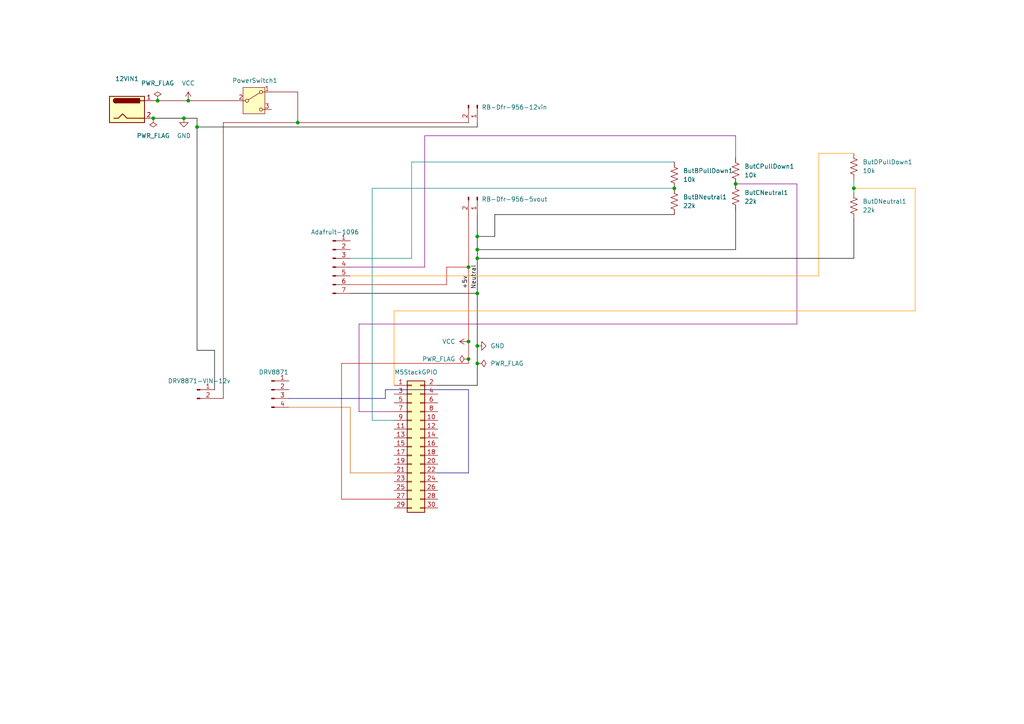
<source format=kicad_sch>
(kicad_sch (version 20231120) (generator "eeschema") (generator_version "8.0")
  (paper "A4")
  (title_block (title "Poppper Pump") (date "2024-05-02") (rev "0"))
  (lib_symbols
    (symbol "Connector:Barrel_Jack" (pin_names (offset 1.016))
      (property "Reference" "J" (at 0 5.334 0))
      (property "Value" "Barrel_Jack" (at 0 -5.08 0))
      (symbol "Barrel_Jack_0_1"
        (rectangle (start -5.08 3.81) (end 5.08 -3.81) (stroke (width 0.254)) (fill (type background)))
        (arc (start -3.302 3.175) (mid -3.9343 2.54) (end -3.302 1.905) (stroke (width 0.254)))
        (arc (start -3.302 3.175) (mid -3.9343 2.54) (end -3.302 1.905) (stroke (width 0.254)) (fill (type outline)))
        (polyline (pts (xy 5.08 2.54) (xy 3.81 2.54)) (stroke (width 0.254)))
        (polyline (pts (xy -3.81 -2.54) (xy -2.54 -2.54) (xy -1.27 -1.27) (xy 0 -2.54) (xy 2.54 -2.54) (xy 5.08 -2.54)) (stroke (width 0.254)))
        (rectangle (start 3.683 3.175) (end -3.302 1.905) (stroke (width 0.254)) (fill (type outline)))
      )
      (symbol "Barrel_Jack_1_1"
        (pin passive line (at 7.62 2.54 180) (length 2.54) (name "~") (number "1"))
        (pin passive line (at 7.62 -2.54 180) (length 2.54) (name "~") (number "2"))
      )
    )
    (symbol "Connector:Conn_01x02_Pin" (pin_names (offset 1.016) hide)
      (property "Reference" "J" (at 0 2.54 0))
      (property "Value" "Conn_01x02_Pin" (at 0 -5.08 0))
      (symbol "Conn_01x02_Pin_1_1"
        (polyline (pts (xy 1.27 -2.54) (xy 0.8636 -2.54)) (stroke (width 0.1524)))
        (polyline (pts (xy 1.27 0) (xy 0.8636 0)) (stroke (width 0.1524)))
        (rectangle (start 0.8636 -2.413) (end 0 -2.667) (stroke (width 0.1524)) (fill (type outline)))
        (rectangle (start 0.8636 0.127) (end 0 -0.127) (stroke (width 0.1524)) (fill (type outline)))
        (pin passive line (at 5.08 0 180) (length 3.81) (name "Pin_1") (number "1"))
        (pin passive line (at 5.08 -2.54 180) (length 3.81) (name "Pin_2") (number "2"))
      )
    )
    (symbol "Connector:Conn_01x04_Pin" (pin_names (offset 1.016) hide)
      (property "Reference" "J" (at 0 5.08 0))
      (property "Value" "Conn_01x04_Pin" (at 0 -7.62 0))
      (symbol "Conn_01x04_Pin_1_1"
        (polyline (pts (xy 1.27 -5.08) (xy 0.8636 -5.08)) (stroke (width 0.1524)))
        (polyline (pts (xy 1.27 -2.54) (xy 0.8636 -2.54)) (stroke (width 0.1524)))
        (polyline (pts (xy 1.27 0) (xy 0.8636 0)) (stroke (width 0.1524)))
        (polyline (pts (xy 1.27 2.54) (xy 0.8636 2.54)) (stroke (width 0.1524)))
        (rectangle (start 0.8636 -4.953) (end 0 -5.207) (stroke (width 0.1524)) (fill (type outline)))
        (rectangle (start 0.8636 -2.413) (end 0 -2.667) (stroke (width 0.1524)) (fill (type outline)))
        (rectangle (start 0.8636 0.127) (end 0 -0.127) (stroke (width 0.1524)) (fill (type outline)))
        (rectangle (start 0.8636 2.667) (end 0 2.413) (stroke (width 0.1524)) (fill (type outline)))
        (pin passive line (at 5.08 2.54 180) (length 3.81) (name "Pin_1") (number "1"))
        (pin passive line (at 5.08 0 180) (length 3.81) (name "Pin_2") (number "2"))
        (pin passive line (at 5.08 -2.54 180) (length 3.81) (name "Pin_3") (number "3"))
        (pin passive line (at 5.08 -5.08 180) (length 3.81) (name "Pin_4") (number "4"))
      )
    )
    (symbol "Connector:Conn_01x07_Pin" (pin_names (offset 1.016) hide)
      (property "Reference" "J" (at 0 10.16 0))
      (property "Value" "Conn_01x07_Pin" (at 0 -10.16 0))
      (symbol "Conn_01x07_Pin_1_1"
        (polyline (pts (xy 1.27 -7.62) (xy 0.8636 -7.62)) (stroke (width 0.1524)))
        (polyline (pts (xy 1.27 -5.08) (xy 0.8636 -5.08)) (stroke (width 0.1524)))
        (polyline (pts (xy 1.27 -2.54) (xy 0.8636 -2.54)) (stroke (width 0.1524)))
        (polyline (pts (xy 1.27 0) (xy 0.8636 0)) (stroke (width 0.1524)))
        (polyline (pts (xy 1.27 2.54) (xy 0.8636 2.54)) (stroke (width 0.1524)))
        (polyline (pts (xy 1.27 5.08) (xy 0.8636 5.08)) (stroke (width 0.1524)))
        (polyline (pts (xy 1.27 7.62) (xy 0.8636 7.62)) (stroke (width 0.1524)))
        (rectangle (start 0.8636 -7.493) (end 0 -7.747) (stroke (width 0.1524)) (fill (type outline)))
        (rectangle (start 0.8636 -4.953) (end 0 -5.207) (stroke (width 0.1524)) (fill (type outline)))
        (rectangle (start 0.8636 -2.413) (end 0 -2.667) (stroke (width 0.1524)) (fill (type outline)))
        (rectangle (start 0.8636 0.127) (end 0 -0.127) (stroke (width 0.1524)) (fill (type outline)))
        (rectangle (start 0.8636 2.667) (end 0 2.413) (stroke (width 0.1524)) (fill (type outline)))
        (rectangle (start 0.8636 5.207) (end 0 4.953) (stroke (width 0.1524)) (fill (type outline)))
        (rectangle (start 0.8636 7.747) (end 0 7.493) (stroke (width 0.1524)) (fill (type outline)))
        (pin passive line (at 5.08 7.62 180) (length 3.81) (name "Pin_1") (number "1"))
        (pin passive line (at 5.08 5.08 180) (length 3.81) (name "Pin_2") (number "2"))
        (pin passive line (at 5.08 2.54 180) (length 3.81) (name "Pin_3") (number "3"))
        (pin passive line (at 5.08 0 180) (length 3.81) (name "Pin_4") (number "4"))
        (pin passive line (at 5.08 -2.54 180) (length 3.81) (name "Pin_5") (number "5"))
        (pin passive line (at 5.08 -5.08 180) (length 3.81) (name "Pin_6") (number "6"))
        (pin passive line (at 5.08 -7.62 180) (length 3.81) (name "Pin_7") (number "7"))
      )
    )
    (symbol "Connector_Generic:Conn_02x15_Odd_Even" (pin_names (offset 1.016) hide)
      (property "Reference" "J" (at 1.27 20.32 0))
      (property "Value" "Conn_02x15_Odd_Even" (at 1.27 -20.32 0))
      (symbol "Conn_02x15_Odd_Even_1_1"
        (rectangle (start -1.27 -17.653) (end 0 -17.907) (stroke (width 0.1524)))
        (rectangle (start -1.27 -15.113) (end 0 -15.367) (stroke (width 0.1524)))
        (rectangle (start -1.27 -12.573) (end 0 -12.827) (stroke (width 0.1524)))
        (rectangle (start -1.27 -10.033) (end 0 -10.287) (stroke (width 0.1524)))
        (rectangle (start -1.27 -7.493) (end 0 -7.747) (stroke (width 0.1524)))
        (rectangle (start -1.27 -4.953) (end 0 -5.207) (stroke (width 0.1524)))
        (rectangle (start -1.27 -2.413) (end 0 -2.667) (stroke (width 0.1524)))
        (rectangle (start -1.27 0.127) (end 0 -0.127) (stroke (width 0.1524)))
        (rectangle (start -1.27 2.667) (end 0 2.413) (stroke (width 0.1524)))
        (rectangle (start -1.27 5.207) (end 0 4.953) (stroke (width 0.1524)))
        (rectangle (start -1.27 7.747) (end 0 7.493) (stroke (width 0.1524)))
        (rectangle (start -1.27 10.287) (end 0 10.033) (stroke (width 0.1524)))
        (rectangle (start -1.27 12.827) (end 0 12.573) (stroke (width 0.1524)))
        (rectangle (start -1.27 15.367) (end 0 15.113) (stroke (width 0.1524)))
        (rectangle (start -1.27 17.907) (end 0 17.653) (stroke (width 0.1524)))
        (rectangle (start -1.27 19.05) (end 3.81 -19.05) (stroke (width 0.254)) (fill (type background)))
        (rectangle (start 3.81 -17.653) (end 2.54 -17.907) (stroke (width 0.1524)))
        (rectangle (start 3.81 -15.113) (end 2.54 -15.367) (stroke (width 0.1524)))
        (rectangle (start 3.81 -12.573) (end 2.54 -12.827) (stroke (width 0.1524)))
        (rectangle (start 3.81 -10.033) (end 2.54 -10.287) (stroke (width 0.1524)))
        (rectangle (start 3.81 -7.493) (end 2.54 -7.747) (stroke (width 0.1524)))
        (rectangle (start 3.81 -4.953) (end 2.54 -5.207) (stroke (width 0.1524)))
        (rectangle (start 3.81 -2.413) (end 2.54 -2.667) (stroke (width 0.1524)))
        (rectangle (start 3.81 0.127) (end 2.54 -0.127) (stroke (width 0.1524)))
        (rectangle (start 3.81 2.667) (end 2.54 2.413) (stroke (width 0.1524)))
        (rectangle (start 3.81 5.207) (end 2.54 4.953) (stroke (width 0.1524)))
        (rectangle (start 3.81 7.747) (end 2.54 7.493) (stroke (width 0.1524)))
        (rectangle (start 3.81 10.287) (end 2.54 10.033) (stroke (width 0.1524)))
        (rectangle (start 3.81 12.827) (end 2.54 12.573) (stroke (width 0.1524)))
        (rectangle (start 3.81 15.367) (end 2.54 15.113) (stroke (width 0.1524)))
        (rectangle (start 3.81 17.907) (end 2.54 17.653) (stroke (width 0.1524)))
        (pin passive line (at -5.08 17.78 0) (length 3.81) (name "Pin_1") (number "1"))
        (pin passive line (at 7.62 7.62 180) (length 3.81) (name "Pin_10") (number "10"))
        (pin passive line (at -5.08 5.08 0) (length 3.81) (name "Pin_11") (number "11"))
        (pin passive line (at 7.62 5.08 180) (length 3.81) (name "Pin_12") (number "12"))
        (pin passive line (at -5.08 2.54 0) (length 3.81) (name "Pin_13") (number "13"))
        (pin passive line (at 7.62 2.54 180) (length 3.81) (name "Pin_14") (number "14"))
        (pin passive line (at -5.08 0 0) (length 3.81) (name "Pin_15") (number "15"))
        (pin passive line (at 7.62 0 180) (length 3.81) (name "Pin_16") (number "16"))
        (pin passive line (at -5.08 -2.54 0) (length 3.81) (name "Pin_17") (number "17"))
        (pin passive line (at 7.62 -2.54 180) (length 3.81) (name "Pin_18") (number "18"))
        (pin passive line (at -5.08 -5.08 0) (length 3.81) (name "Pin_19") (number "19"))
        (pin passive line (at 7.62 17.78 180) (length 3.81) (name "Pin_2") (number "2"))
        (pin passive line (at 7.62 -5.08 180) (length 3.81) (name "Pin_20") (number "20"))
        (pin passive line (at -5.08 -7.62 0) (length 3.81) (name "Pin_21") (number "21"))
        (pin passive line (at 7.62 -7.62 180) (length 3.81) (name "Pin_22") (number "22"))
        (pin passive line (at -5.08 -10.16 0) (length 3.81) (name "Pin_23") (number "23"))
        (pin passive line (at 7.62 -10.16 180) (length 3.81) (name "Pin_24") (number "24"))
        (pin passive line (at -5.08 -12.7 0) (length 3.81) (name "Pin_25") (number "25"))
        (pin passive line (at 7.62 -12.7 180) (length 3.81) (name "Pin_26") (number "26"))
        (pin passive line (at -5.08 -15.24 0) (length 3.81) (name "Pin_27") (number "27"))
        (pin passive line (at 7.62 -15.24 180) (length 3.81) (name "Pin_28") (number "28"))
        (pin passive line (at -5.08 -17.78 0) (length 3.81) (name "Pin_29") (number "29"))
        (pin passive line (at -5.08 15.24 0) (length 3.81) (name "Pin_3") (number "3"))
        (pin passive line (at 7.62 -17.78 180) (length 3.81) (name "Pin_30") (number "30"))
        (pin passive line (at 7.62 15.24 180) (length 3.81) (name "Pin_4") (number "4"))
        (pin passive line (at -5.08 12.7 0) (length 3.81) (name "Pin_5") (number "5"))
        (pin passive line (at 7.62 12.7 180) (length 3.81) (name "Pin_6") (number "6"))
        (pin passive line (at -5.08 10.16 0) (length 3.81) (name "Pin_7") (number "7"))
        (pin passive line (at 7.62 10.16 180) (length 3.81) (name "Pin_8") (number "8"))
        (pin passive line (at -5.08 7.62 0) (length 3.81) (name "Pin_9") (number "9"))
      )
    )
    (symbol "Device:R_US" (pin_numbers hide) (pin_names (offset 0))
      (property "Reference" "R" (at 2.54 0 90))
      (property "Value" "R_US" (at -2.54 0 90))
      (symbol "R_US_0_1"
        (polyline (pts (xy 0 -2.286) (xy 0 -2.54)))
        (polyline (pts (xy 0 2.286) (xy 0 2.54)))
        (polyline (pts (xy 0 -0.762) (xy 1.016 -1.143) (xy 0 -1.524) (xy -1.016 -1.905) (xy 0 -2.286)))
        (polyline (pts (xy 0 0.762) (xy 1.016 0.381) (xy 0 0) (xy -1.016 -0.381) (xy 0 -0.762)))
        (polyline (pts (xy 0 2.286) (xy 1.016 1.905) (xy 0 1.524) (xy -1.016 1.143) (xy 0 0.762)))
      )
      (symbol "R_US_1_1"
        (pin passive line (at 0 3.81 270) (length 1.27) (name "~") (number "1"))
        (pin passive line (at 0 -3.81 90) (length 1.27) (name "~") (number "2"))
      )
    )
    (symbol "Switch:SW_SPDT" (pin_names (offset 0) hide)
      (property "Reference" "SW" (at 0 5.08 0))
      (property "Value" "SW_SPDT" (at 0 -5.08 0))
      (symbol "SW_SPDT_0_1"
        (circle (center -2.032 0) (radius 0.4572))
        (polyline (pts (xy -1.651 0.254) (xy 1.651 2.286)))
        (circle (center 2.032 -2.54) (radius 0.4572))
        (circle (center 2.032 2.54) (radius 0.4572))
      )
      (symbol "SW_SPDT_1_1"
        (rectangle (start -3.175 3.81) (end 3.175 -3.81) (fill (type background)))
        (pin passive line (at 5.08 2.54 180) (length 2.54) (name "A") (number "1"))
        (pin passive line (at -5.08 0 0) (length 2.54) (name "B") (number "2"))
        (pin passive line (at 5.08 -2.54 180) (length 2.54) (name "C") (number "3"))
      )
    )
    (symbol "power:GND" (power) (pin_numbers hide) (pin_names (offset 0) hide)
      (property "Value" "GND" (at 0 -3.81 0))
      (symbol "GND_0_1"
        (polyline (pts (xy 0 0) (xy 0 -1.27) (xy 1.27 -1.27) (xy 0 -2.54) (xy -1.27 -1.27) (xy 0 -1.27)))
      )
      (symbol "GND_1_1"
        (pin power_in line (at 0 0 270) (length 0) (name "~") (number "1"))
      )
    )
    (symbol "power:PWR_FLAG" (power) (pin_numbers hide) (pin_names (offset 0) hide)
      (property "Value" "PWR_FLAG" (at 0 3.81 0))
      (symbol "PWR_FLAG_0_0"
        (pin power_out line (at 0 0 90) (length 0) (name "~") (number "1"))
      )
      (symbol "PWR_FLAG_0_1"
        (polyline (pts (xy 0 0) (xy 0 1.27) (xy -1.016 1.905) (xy 0 2.54) (xy 1.016 1.905) (xy 0 1.27)))
      )
    )
    (symbol "power:VCC" (power) (pin_numbers hide) (pin_names (offset 0) hide)
      (property "Value" "VCC" (at 0 3.556 0))
      (symbol "VCC_0_1"
        (polyline (pts (xy -0.762 1.27) (xy 0 2.54)))
        (polyline (pts (xy 0 0) (xy 0 2.54)))
        (polyline (pts (xy 0 2.54) (xy 0.762 1.27)))
      )
      (symbol "VCC_1_1"
        (pin power_in line (at 0 0 90) (length 0) (name "~") (number "1"))
      )
    )
  )
  (junction (at 57.15 36.83))
  (junction (at 44.45 34.29))
  (junction (at 135.89 104.14))
  (junction (at 135.89 99.06))
  (junction (at 247.65 54.61))
  (junction (at 138.43 68.58))
  (junction (at 135.89 77.47))
  (junction (at 54.61 29.21))
  (junction (at 138.43 100.33))
  (junction (at 138.43 85.09))
  (junction (at 138.43 105.41))
  (junction (at 53.34 34.29))
  (junction (at 45.72 29.21))
  (junction (at 195.58 54.61))
  (junction (at 86.36 35.56))
  (junction (at 138.43 74.93))
  (junction (at 138.43 72.39))
  (junction (at 213.36 53.34))
  (wire (pts (xy 101.6 85.09) (xy 138.43 85.09)) (stroke (width 0) (color 0 0 0 1)))
  (wire (pts (xy 265.43 54.61) (xy 247.65 54.61)) (stroke (width 0) (color 255 153 0 1)))
  (wire (pts (xy 86.36 26.67) (xy 78.74 26.67)) (stroke (width 0) (color 132 0 0 1)))
  (wire (pts (xy 213.36 39.37) (xy 213.36 45.72)) (stroke (width 0) (color 132 0 132 1)))
  (wire (pts (xy 44.45 29.21) (xy 45.72 29.21)) (stroke (width 0) (color 132 0 0 1)))
  (wire (pts (xy 138.43 85.09) (xy 138.43 74.93)) (stroke (width 0) (color 0 0 0 1)))
  (wire (pts (xy 129.54 77.47) (xy 135.89 77.47)) (stroke (width 0) (color 194 0 0 1)))
  (wire (pts (xy 135.89 77.47) (xy 135.89 99.06)) (stroke (width 0) (color 194 0 0 1)))
  (wire (pts (xy 119.38 46.99) (xy 195.58 46.99)) (stroke (width 0) (color 0 132 132 1)))
  (wire (pts (xy 138.43 35.56) (xy 138.43 36.83)) (stroke (width 0) (color 0 0 0 1)))
  (wire (pts (xy 247.65 54.61) (xy 247.65 55.88)))
  (wire (pts (xy 114.3 90.17) (xy 265.43 90.17)) (stroke (width 0) (color 255 153 0 1)))
  (wire (pts (xy 237.49 80.01) (xy 237.49 44.45)) (stroke (width 0) (color 255 153 0 1)))
  (wire (pts (xy 64.77 115.57) (xy 62.23 115.57)) (stroke (width 0) (color 132 0 0 1)))
  (wire (pts (xy 195.58 62.23) (xy 143.51 62.23)) (stroke (width 0) (color 0 0 0 1)))
  (wire (pts (xy 231.14 53.34) (xy 213.36 53.34)) (stroke (width 0) (color 132 0 132 1)))
  (wire (pts (xy 107.95 121.92) (xy 114.3 121.92)) (stroke (width 0) (color 0 132 132 1)))
  (wire (pts (xy 247.65 63.5) (xy 247.65 74.93)) (stroke (width 0) (color 0 0 0 1)))
  (wire (pts (xy 195.58 54.61) (xy 107.95 54.61)) (stroke (width 0) (color 0 132 132 1)))
  (wire (pts (xy 62.23 101.6) (xy 62.23 113.03)) (stroke (width 0) (color 0 0 0 1)))
  (wire (pts (xy 138.43 72.39) (xy 138.43 68.58)) (stroke (width 0) (color 0 0 0 1)))
  (wire (pts (xy 138.43 100.33) (xy 138.43 85.09)) (stroke (width 0) (color 0 0 0 1)))
  (wire (pts (xy 123.19 77.47) (xy 123.19 39.37)) (stroke (width 0) (color 132 0 132 1)))
  (wire (pts (xy 101.6 82.55) (xy 129.54 82.55)) (stroke (width 0) (color 194 0 0 1)))
  (wire (pts (xy 213.36 72.39) (xy 138.43 72.39)) (stroke (width 0) (color 0 0 0 1)))
  (wire (pts (xy 104.14 93.98) (xy 231.14 93.98)) (stroke (width 0) (color 132 0 132 1)))
  (wire (pts (xy 135.89 137.16) (xy 127 137.16)) (stroke (width 0) (color 0 0 132 1)))
  (wire (pts (xy 101.6 118.11) (xy 83.82 118.11)) (stroke (width 0) (color 204 102 0 1)))
  (wire (pts (xy 101.6 118.11) (xy 101.6 137.16)) (stroke (width 0) (color 204 102 0 1)))
  (wire (pts (xy 135.89 104.14) (xy 135.89 105.41)) (stroke (width 0) (color 194 0 0 1)))
  (wire (pts (xy 104.14 119.38) (xy 114.3 119.38)) (stroke (width 0) (color 132 0 132 1)))
  (wire (pts (xy 123.19 39.37) (xy 213.36 39.37)) (stroke (width 0) (color 132 0 132 1)))
  (wire (pts (xy 135.89 105.41) (xy 99.06 105.41)) (stroke (width 0) (color 194 0 0 1)))
  (wire (pts (xy 247.65 52.07) (xy 247.65 54.61)))
  (wire (pts (xy 57.15 101.6) (xy 62.23 101.6)) (stroke (width 0) (color 0 0 0 1)))
  (wire (pts (xy 57.15 36.83) (xy 57.15 101.6)) (stroke (width 0) (color 0 0 0 1)))
  (wire (pts (xy 86.36 35.56) (xy 135.89 35.56)) (stroke (width 0) (color 132 0 0 1)))
  (wire (pts (xy 138.43 105.41) (xy 138.43 100.33)) (stroke (width 0) (color 0 0 0 1)))
  (wire (pts (xy 57.15 34.29) (xy 57.15 36.83)) (stroke (width 0) (color 0 0 0 1)))
  (wire (pts (xy 135.89 113.03) (xy 111.76 113.03)) (stroke (width 0) (color 0 0 132 1)))
  (wire (pts (xy 54.61 29.21) (xy 68.58 29.21)) (stroke (width 0) (color 132 0 0 1)))
  (wire (pts (xy 129.54 82.55) (xy 129.54 77.47)) (stroke (width 0) (color 194 0 0 1)))
  (wire (pts (xy 53.34 34.29) (xy 57.15 34.29)) (stroke (width 0) (color 0 0 0 1)))
  (wire (pts (xy 237.49 44.45) (xy 247.65 44.45)) (stroke (width 0) (color 255 153 0 1)))
  (wire (pts (xy 135.89 113.03) (xy 135.89 137.16)) (stroke (width 0) (color 0 0 132 1)))
  (wire (pts (xy 135.89 62.23) (xy 135.89 77.47)) (stroke (width 0) (color 194 0 0 1)))
  (wire (pts (xy 127 111.76) (xy 138.43 111.76)) (stroke (width 0) (color 0 0 0 1)))
  (wire (pts (xy 111.76 113.03) (xy 111.76 115.57)) (stroke (width 0) (color 0 0 132 1)))
  (wire (pts (xy 143.51 62.23) (xy 143.51 68.58)) (stroke (width 0) (color 0 0 0 1)))
  (wire (pts (xy 44.45 34.29) (xy 53.34 34.29)) (stroke (width 0) (color 0 0 0 1)))
  (wire (pts (xy 247.65 74.93) (xy 138.43 74.93)) (stroke (width 0) (color 0 0 0 1)))
  (wire (pts (xy 138.43 105.41) (xy 138.43 111.76)) (stroke (width 0) (color 0 0 0 1)))
  (wire (pts (xy 114.3 111.76) (xy 114.3 90.17)) (stroke (width 0) (color 255 153 0 1)))
  (wire (pts (xy 101.6 80.01) (xy 237.49 80.01)) (stroke (width 0) (color 255 153 0 1)))
  (wire (pts (xy 101.6 137.16) (xy 114.3 137.16)) (stroke (width 0) (color 204 102 0 1)))
  (wire (pts (xy 138.43 68.58) (xy 138.43 62.23)) (stroke (width 0) (color 0 0 0 1)))
  (wire (pts (xy 111.76 115.57) (xy 83.82 115.57)) (stroke (width 0) (color 0 0 132 1)))
  (wire (pts (xy 213.36 60.96) (xy 213.36 72.39)) (stroke (width 0) (color 0 0 0 1)))
  (wire (pts (xy 119.38 74.93) (xy 119.38 46.99)) (stroke (width 0) (color 0 132 132 1)))
  (wire (pts (xy 265.43 90.17) (xy 265.43 54.61)) (stroke (width 0) (color 255 153 0 1)))
  (wire (pts (xy 107.95 54.61) (xy 107.95 121.92)) (stroke (width 0) (color 0 132 132 1)))
  (wire (pts (xy 99.06 144.78) (xy 114.3 144.78)) (stroke (width 0) (color 194 0 0 1)))
  (wire (pts (xy 101.6 74.93) (xy 119.38 74.93)) (stroke (width 0) (color 0 132 132 1)))
  (wire (pts (xy 138.43 74.93) (xy 138.43 72.39)) (stroke (width 0) (color 0 0 0 1)))
  (wire (pts (xy 99.06 105.41) (xy 99.06 144.78)) (stroke (width 0) (color 194 0 0 1)))
  (wire (pts (xy 64.77 35.56) (xy 86.36 35.56)) (stroke (width 0) (color 132 0 0 1)))
  (wire (pts (xy 64.77 35.56) (xy 64.77 115.57)) (stroke (width 0) (color 132 0 0 1)))
  (wire (pts (xy 231.14 93.98) (xy 231.14 53.34)) (stroke (width 0) (color 132 0 132 1)))
  (wire (pts (xy 86.36 26.67) (xy 86.36 35.56)) (stroke (width 0) (color 132 0 0 1)))
  (wire (pts (xy 135.89 99.06) (xy 135.89 104.14)) (stroke (width 0) (color 194 0 0 1)))
  (wire (pts (xy 104.14 93.98) (xy 104.14 119.38)) (stroke (width 0) (color 132 0 132 1)))
  (wire (pts (xy 57.15 36.83) (xy 138.43 36.83)) (stroke (width 0) (color 0 0 0 1)))
  (wire (pts (xy 45.72 29.21) (xy 54.61 29.21)) (stroke (width 0) (color 132 0 0 1)))
  (wire (pts (xy 143.51 68.58) (xy 138.43 68.58)) (stroke (width 0) (color 0 0 0 1)))
  (wire (pts (xy 101.6 77.47) (xy 123.19 77.47)) (stroke (width 0) (color 132 0 132 1)))
  (label "Neutral" (at 138.43 83.82 90))
  (label "+5v" (at 135.89 83.82 90))
  (symbol (lib_id "Connector:Conn_01x02_Pin") (at 57.15 113.03 0) (unit 1)
    (property "Reference" "DRV1" (effects (hide yes)))
    (property "Value" "DRV8871-VIN-12v" (at 57.785 110.49 0))
    (property "Footprint" "Custom:PinHeader_1x02_ForScrewBlock-1.5mmHole" (effects (hide yes)))
    (property "Description" "Generic connector, single row, 01x02, script generated" (effects (hide yes)))
  )
  (symbol (lib_id "Device:R_US") (at 247.65 48.26 0) (unit 1)
    (property "Reference" "ButDPullDown1" (at 250.19 46.9899 0) (effects (justify left)))
    (property "Value" "10k	" (at 250.19 49.5299 0) (effects (justify left)))
    (property "Footprint" "Resistor_THT:R_Axial_DIN0309_L9.0mm_D3.2mm_P12.70mm_Horizontal" (effects (hide yes)))
    (property "Description" "Resistor, US symbol" (effects (hide yes)))
  )
  (symbol (lib_id "Device:R_US") (at 247.65 59.69 0) (unit 1)
    (property "Reference" "ButDNeutral1" (at 250.19 58.4199 0) (effects (justify left)))
    (property "Value" "22k" (at 250.19 60.9599 0) (effects (justify left)))
    (property "Footprint" "Resistor_THT:R_Axial_DIN0309_L9.0mm_D3.2mm_P12.70mm_Horizontal" (effects (hide yes)))
    (property "Description" "Resistor, US symbol" (effects (hide yes)))
  )
  (symbol (lib_id "power:PWR_FLAG") (at 45.72 29.21 0) (unit 1)
    (property "Reference" "#FLG03" (effects (hide yes)))
    (property "Value" "PWR_FLAG" (at 45.72 24.13 0))
    (property "Description" "Special symbol for telling ERC where power comes from" (effects (hide yes)))
  )
  (symbol (lib_id "Connector:Conn_01x04_Pin") (at 78.74 113.03 0) (unit 1)
    (property "Reference" "DRV8871" (effects (hide yes)))
    (property "Value" "DRV8871" (at 79.375 107.95 0))
    (property "Footprint" "Connector_PinHeader_2.54mm:PinHeader_1x04_P2.54mm_Vertical" (effects (hide yes)))
    (property "Description" "Generic connector, single row, 01x04, script generated" (effects (hide yes)))
  )
  (symbol (lib_id "Device:R_US") (at 213.36 49.53 0) (unit 1)
    (property "Reference" "ButCPullDown1" (at 215.9 48.2599 0) (effects (justify left)))
    (property "Value" "10k" (at 215.9 50.7999 0) (effects (justify left)))
    (property "Footprint" "Resistor_THT:R_Axial_DIN0309_L9.0mm_D3.2mm_P12.70mm_Horizontal" (effects (hide yes)))
    (property "Description" "Resistor, US symbol" (effects (hide yes)))
  )
  (symbol (lib_id "Connector_Generic:Conn_02x15_Odd_Even") (at 119.38 129.54 0) (unit 1)
    (property "Reference" "M5StackHeader1" (effects (hide yes)))
    (property "Value" "M5StackGPIO" (at 120.65 107.95 0))
    (property "Footprint" "Connector_PinHeader_2.54mm:PinHeader_2x15_P2.54mm_Vertical" (effects (hide yes)))
    (property "Description" "Generic connector, double row, 02x15, odd/even pin numbering scheme (row 1 odd numbers, row 2 even numbers), script generated (kicad-library-utils/schlib/autogen/connector/)" (effects (hide yes)))
  )
  (symbol (lib_id "Switch:SW_SPDT") (at 73.66 29.21 0) (unit 1)
    (property "Reference" "PowerSwitch1" (at 73.914 23.368 0))
    (property "Value" "SW_SPDT" (effects (hide yes)))
    (property "Footprint" "Custom:PinHeader_1x02_ForScrewBlock-1.5mmHole" (effects (hide yes)))
    (property "Description" "Switch, single pole double throw" (effects (hide yes)))
  )
  (symbol (lib_id "power:VCC") (at 54.61 29.21 0) (unit 1)
    (property "Reference" "#PWR03" (effects (hide yes)))
    (property "Value" "VCC" (at 54.61 24.13 0))
    (property "Description" "Power symbol creates a global label with name \"VCC\"" (effects (hide yes)))
  )
  (symbol (lib_id "power:VCC") (at 135.89 99.06 90) (unit 1)
    (property "Reference" "#PWR02" (effects (hide yes)))
    (property "Value" "VCC" (at 132.08 99.0599 90) (effects (justify left)))
    (property "Description" "Power symbol creates a global label with name \"VCC\"" (effects (hide yes)))
  )
  (symbol (lib_id "Device:R_US") (at 195.58 50.8 0) (unit 1)
    (property "Reference" "ButBPullDown1" (at 198.12 49.5299 0) (effects (justify left)))
    (property "Value" "10k	" (at 198.12 52.0699 0) (effects (justify left)))
    (property "Footprint" "Resistor_THT:R_Axial_DIN0309_L9.0mm_D3.2mm_P12.70mm_Horizontal" (effects (hide yes)))
    (property "Description" "Resistor, US symbol" (effects (hide yes)))
  )
  (symbol (lib_id "power:GND") (at 138.43 100.33 90) (unit 1)
    (property "Reference" "#PWR01" (effects (hide yes)))
    (property "Value" "GND" (at 142.24 100.3299 90) (effects (justify right)))
    (property "Description" "Power symbol creates a global label with name \"GND\" , ground" (effects (hide yes)))
  )
  (symbol (lib_id "Device:R_US") (at 213.36 57.15 0) (unit 1)
    (property "Reference" "ButCNeutral1" (at 215.9 55.8799 0) (effects (justify left)))
    (property "Value" "22k" (at 215.9 58.4199 0) (effects (justify left)))
    (property "Footprint" "Resistor_THT:R_Axial_DIN0309_L9.0mm_D3.2mm_P12.70mm_Horizontal" (effects (hide yes)))
    (property "Description" "Resistor, US symbol" (effects (hide yes)))
  )
  (symbol (lib_id "Connector:Barrel_Jack") (at 36.83 31.75 0) (unit 1)
    (property "Reference" "12VIN1" (at 36.83 22.86 0))
    (property "Value" "Barrel_Jack" (effects (hide yes)))
    (property "Footprint" "Connector_BarrelJack:BarrelJack_Horizontal" (effects (hide yes)))
    (property "Description" "DC Barrel Jack" (effects (hide yes)))
  )
  (symbol (lib_id "Connector:Conn_01x02_Pin") (at 138.43 57.15 270) (unit 1)
    (property "Reference" "BuckConverter2" (effects (hide yes)))
    (property "Value" "RB-Dfr-956-5vout" (at 139.7 57.7849 90) (effects (justify left)))
    (property "Footprint" "Custom:PinHeader_1x02_P2.54mm_Vertical-BuckConverter-DFR-956" (effects (hide yes)))
    (property "Description" "Generic connector, single row, 01x02, script generated" (effects (hide yes)))
  )
  (symbol (lib_id "Device:R_US") (at 195.58 58.42 0) (unit 1)
    (property "Reference" "ButBNeutral1" (at 198.12 57.1499 0) (effects (justify left)))
    (property "Value" "22k" (at 198.12 59.6899 0) (effects (justify left)))
    (property "Footprint" "Resistor_THT:R_Axial_DIN0309_L9.0mm_D3.2mm_P12.70mm_Horizontal" (effects (hide yes)))
    (property "Description" "Resistor, US symbol" (effects (hide yes)))
  )
  (symbol (lib_id "power:GND") (at 53.34 34.29 0) (unit 1)
    (property "Reference" "#PWR04" (effects (hide yes)))
    (property "Value" "GND" (at 53.34 39.37 0))
    (property "Description" "Power symbol creates a global label with name \"GND\" , ground" (effects (hide yes)))
  )
  (symbol (lib_id "power:PWR_FLAG") (at 138.43 105.41 270) (unit 1)
    (property "Reference" "#FLG02" (effects (hide yes)))
    (property "Value" "PWR_FLAG" (at 142.24 105.4099 90) (effects (justify left)))
    (property "Description" "Special symbol for telling ERC where power comes from" (effects (hide yes)))
  )
  (symbol (lib_id "Connector:Conn_01x02_Pin") (at 138.43 30.48 270) (unit 1)
    (property "Reference" "BuckConverter1" (effects (hide yes)))
    (property "Value" "RB-Dfr-956-12vin" (at 139.7 31.1149 90) (effects (justify left)))
    (property "Footprint" "Custom:PinHeader_1x02_P2.54mm_Vertical-BuckConverter-DFR-956" (effects (hide yes)))
    (property "Description" "Generic connector, single row, 01x02, script generated" (effects (hide yes)))
  )
  (symbol (lib_id "power:PWR_FLAG") (at 44.45 34.29 180) (unit 1)
    (property "Reference" "#FLG04" (effects (hide yes)))
    (property "Value" "PWR_FLAG" (at 44.45 39.37 0))
    (property "Description" "Special symbol for telling ERC where power comes from" (effects (hide yes)))
  )
  (symbol (lib_id "Connector:Conn_01x07_Pin") (at 96.52 77.47 0) (unit 1)
    (property "Reference" "AdafruitRF315MhzMomentary1" (effects (hide yes)))
    (property "Value" "Adafruit-1096" (at 97.155 67.31 0))
    (property "Footprint" "Connector_PinHeader_2.54mm:PinHeader_1x07_P2.54mm_Vertical" (effects (hide yes)))
    (property "Description" "Generic connector, single row, 01x07, script generated" (effects (hide yes)))
  )
  (symbol (lib_id "power:PWR_FLAG") (at 135.89 104.14 90) (unit 1)
    (property "Reference" "#FLG01" (effects (hide yes)))
    (property "Value" "PWR_FLAG" (at 132.08 104.1399 90) (effects (justify left)))
    (property "Description" "Special symbol for telling ERC where power comes from" (effects (hide yes)))
  )
)
</source>
